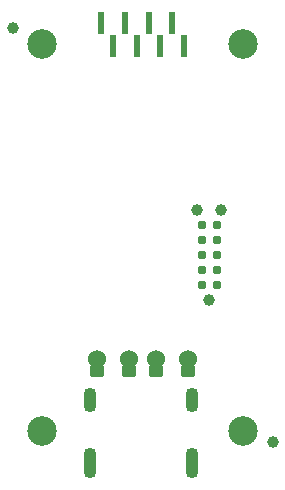
<source format=gbr>
%TF.GenerationSoftware,KiCad,Pcbnew,7.0.1-3b83917a11~172~ubuntu22.04.1*%
%TF.CreationDate,2023-07-05T11:02:11+02:00*%
%TF.ProjectId,phyphox-newton,70687970-686f-4782-9d6e-6577746f6e2e,rev?*%
%TF.SameCoordinates,Original*%
%TF.FileFunction,Soldermask,Bot*%
%TF.FilePolarity,Negative*%
%FSLAX46Y46*%
G04 Gerber Fmt 4.6, Leading zero omitted, Abs format (unit mm)*
G04 Created by KiCad (PCBNEW 7.0.1-3b83917a11~172~ubuntu22.04.1) date 2023-07-05 11:02:11*
%MOMM*%
%LPD*%
G01*
G04 APERTURE LIST*
G04 Aperture macros list*
%AMFreePoly0*
4,1,21,-0.600000,0.250000,-0.580970,0.345671,-0.526777,0.426777,-0.445671,0.480970,-0.350000,0.500000,0.350000,0.500000,0.445671,0.480970,0.526777,0.426777,0.580970,0.345671,0.600000,0.250000,0.600000,-0.250000,0.580970,-0.345671,0.526777,-0.426777,0.445671,-0.480970,0.350000,-0.500000,-0.350000,-0.500000,-0.445671,-0.480970,-0.526777,-0.426777,-0.580970,-0.345671,-0.600000,-0.250000,
-0.600000,0.250000,-0.600000,0.250000,$1*%
G04 Aperture macros list end*
%ADD10C,2.500000*%
%ADD11O,1.100000X2.100000*%
%ADD12O,1.100000X2.600000*%
%ADD13C,1.524000*%
%ADD14FreePoly0,0.000000*%
%ADD15C,1.000000*%
%ADD16FreePoly0,180.000000*%
%ADD17R,0.500000X1.950000*%
%ADD18C,0.990600*%
%ADD19C,0.787400*%
G04 APERTURE END LIST*
D10*
%TO.C,H3*%
X121000000Y-137625000D03*
%TD*%
D11*
%TO.C,J2*%
X108055000Y-134945000D03*
D12*
X108055000Y-140305000D03*
D11*
X116695000Y-134945000D03*
D12*
X116695000Y-140305000D03*
%TD*%
D13*
%TO.C,C1*%
X111375000Y-131500000D03*
D14*
X111375000Y-132500000D03*
D13*
X116375000Y-131500000D03*
D14*
X116375000Y-132500000D03*
%TD*%
D10*
%TO.C,H1*%
X104000000Y-104875000D03*
%TD*%
D15*
%TO.C,FID4*%
X101500000Y-103500000D03*
%TD*%
D16*
%TO.C,C13*%
X113625000Y-132500000D03*
D13*
X113625000Y-131500000D03*
D16*
X108625000Y-132500000D03*
D13*
X108625000Y-131500000D03*
%TD*%
D17*
%TO.C,J3*%
X116000000Y-104975000D03*
X115000000Y-103025000D03*
X114000000Y-104975000D03*
X113000000Y-103025000D03*
X112000000Y-104975000D03*
X111000000Y-103025000D03*
X110000000Y-104975000D03*
X109000000Y-103025000D03*
%TD*%
D18*
%TO.C,J1*%
X118135000Y-126520000D03*
X117119000Y-118900000D03*
X119151000Y-118900000D03*
D19*
X117500000Y-125250000D03*
X117500000Y-123980000D03*
X117500000Y-122710000D03*
X117500000Y-121440000D03*
X117500000Y-120170000D03*
X118770000Y-120170000D03*
X118770000Y-121440000D03*
X118770000Y-122710000D03*
X118770000Y-123980000D03*
X118770000Y-125250000D03*
%TD*%
D10*
%TO.C,H4*%
X104000000Y-137625000D03*
%TD*%
%TO.C,H2*%
X121000000Y-104875000D03*
%TD*%
D15*
%TO.C,FID5*%
X123500000Y-138500000D03*
%TD*%
M02*

</source>
